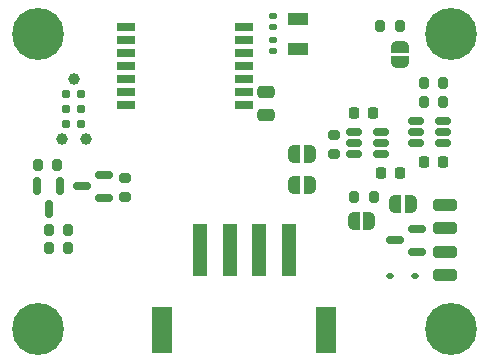
<source format=gts>
G04 #@! TF.GenerationSoftware,KiCad,Pcbnew,8.0.6*
G04 #@! TF.CreationDate,2024-11-12T21:30:20-08:00*
G04 #@! TF.ProjectId,sensor_board,73656e73-6f72-45f6-926f-6172642e6b69,rev?*
G04 #@! TF.SameCoordinates,Original*
G04 #@! TF.FileFunction,Soldermask,Top*
G04 #@! TF.FilePolarity,Negative*
%FSLAX46Y46*%
G04 Gerber Fmt 4.6, Leading zero omitted, Abs format (unit mm)*
G04 Created by KiCad (PCBNEW 8.0.6) date 2024-11-12 21:30:20*
%MOMM*%
%LPD*%
G01*
G04 APERTURE LIST*
G04 Aperture macros list*
%AMRoundRect*
0 Rectangle with rounded corners*
0 $1 Rounding radius*
0 $2 $3 $4 $5 $6 $7 $8 $9 X,Y pos of 4 corners*
0 Add a 4 corners polygon primitive as box body*
4,1,4,$2,$3,$4,$5,$6,$7,$8,$9,$2,$3,0*
0 Add four circle primitives for the rounded corners*
1,1,$1+$1,$2,$3*
1,1,$1+$1,$4,$5*
1,1,$1+$1,$6,$7*
1,1,$1+$1,$8,$9*
0 Add four rect primitives between the rounded corners*
20,1,$1+$1,$2,$3,$4,$5,0*
20,1,$1+$1,$4,$5,$6,$7,0*
20,1,$1+$1,$6,$7,$8,$9,0*
20,1,$1+$1,$8,$9,$2,$3,0*%
%AMFreePoly0*
4,1,19,0.500000,-0.750000,0.000000,-0.750000,0.000000,-0.744911,-0.071157,-0.744911,-0.207708,-0.704816,-0.327430,-0.627875,-0.420627,-0.520320,-0.479746,-0.390866,-0.500000,-0.250000,-0.500000,0.250000,-0.479746,0.390866,-0.420627,0.520320,-0.327430,0.627875,-0.207708,0.704816,-0.071157,0.744911,0.000000,0.744911,0.000000,0.750000,0.500000,0.750000,0.500000,-0.750000,0.500000,-0.750000,
$1*%
%AMFreePoly1*
4,1,19,0.000000,0.744911,0.071157,0.744911,0.207708,0.704816,0.327430,0.627875,0.420627,0.520320,0.479746,0.390866,0.500000,0.250000,0.500000,-0.250000,0.479746,-0.390866,0.420627,-0.520320,0.327430,-0.627875,0.207708,-0.704816,0.071157,-0.744911,0.000000,-0.744911,0.000000,-0.750000,-0.500000,-0.750000,-0.500000,0.750000,0.000000,0.750000,0.000000,0.744911,0.000000,0.744911,
$1*%
G04 Aperture macros list end*
%ADD10RoundRect,0.150000X0.512500X0.150000X-0.512500X0.150000X-0.512500X-0.150000X0.512500X-0.150000X0*%
%ADD11RoundRect,0.250000X0.750000X-0.250000X0.750000X0.250000X-0.750000X0.250000X-0.750000X-0.250000X0*%
%ADD12RoundRect,0.200000X0.200000X0.275000X-0.200000X0.275000X-0.200000X-0.275000X0.200000X-0.275000X0*%
%ADD13RoundRect,0.140000X-0.170000X0.140000X-0.170000X-0.140000X0.170000X-0.140000X0.170000X0.140000X0*%
%ADD14RoundRect,0.200000X-0.275000X0.200000X-0.275000X-0.200000X0.275000X-0.200000X0.275000X0.200000X0*%
%ADD15RoundRect,0.225000X-0.225000X-0.250000X0.225000X-0.250000X0.225000X0.250000X-0.225000X0.250000X0*%
%ADD16RoundRect,0.250000X-0.475000X0.250000X-0.475000X-0.250000X0.475000X-0.250000X0.475000X0.250000X0*%
%ADD17RoundRect,0.225000X0.225000X0.250000X-0.225000X0.250000X-0.225000X-0.250000X0.225000X-0.250000X0*%
%ADD18RoundRect,0.200000X0.275000X-0.200000X0.275000X0.200000X-0.275000X0.200000X-0.275000X-0.200000X0*%
%ADD19C,0.991000*%
%ADD20C,0.787000*%
%ADD21RoundRect,0.150000X0.587500X0.150000X-0.587500X0.150000X-0.587500X-0.150000X0.587500X-0.150000X0*%
%ADD22FreePoly0,90.000000*%
%ADD23FreePoly1,90.000000*%
%ADD24RoundRect,0.140000X0.170000X-0.140000X0.170000X0.140000X-0.170000X0.140000X-0.170000X-0.140000X0*%
%ADD25RoundRect,0.200000X-0.200000X-0.275000X0.200000X-0.275000X0.200000X0.275000X-0.200000X0.275000X0*%
%ADD26R,1.295400X4.495800*%
%ADD27R,1.803400X3.911600*%
%ADD28FreePoly0,180.000000*%
%ADD29FreePoly1,180.000000*%
%ADD30RoundRect,0.112500X0.187500X0.112500X-0.187500X0.112500X-0.187500X-0.112500X0.187500X-0.112500X0*%
%ADD31R,1.800000X1.000000*%
%ADD32R,1.500000X0.700000*%
%ADD33C,4.400000*%
%ADD34FreePoly0,0.000000*%
%ADD35FreePoly1,0.000000*%
%ADD36RoundRect,0.150000X-0.150000X0.587500X-0.150000X-0.587500X0.150000X-0.587500X0.150000X0.587500X0*%
G04 APERTURE END LIST*
D10*
G04 #@! TO.C,U2*
X31896900Y-12989600D03*
X31896900Y-12039600D03*
X31896900Y-11089600D03*
X29621900Y-11089600D03*
X29621900Y-12039600D03*
X29621900Y-12989600D03*
G04 #@! TD*
D11*
G04 #@! TO.C,J2*
X37329200Y-23240400D03*
X37329200Y-21240400D03*
X37329200Y-19240400D03*
X37329200Y-17240400D03*
G04 #@! TD*
D10*
G04 #@! TO.C,U1*
X37103900Y-12049800D03*
X37103900Y-11099800D03*
X37103900Y-10149800D03*
X34828900Y-10149800D03*
X34828900Y-11099800D03*
X34828900Y-12049800D03*
G04 #@! TD*
D12*
G04 #@! TO.C,R4*
X33464000Y-2082800D03*
X31814000Y-2082800D03*
G04 #@! TD*
D13*
G04 #@! TO.C,C9*
X22750000Y-3310000D03*
X22750000Y-4270000D03*
G04 #@! TD*
D14*
G04 #@! TO.C,R3*
X27863800Y-11341600D03*
X27863800Y-12991600D03*
G04 #@! TD*
D15*
G04 #@! TO.C,C3*
X31889400Y-14579600D03*
X33439400Y-14579600D03*
G04 #@! TD*
D16*
G04 #@! TO.C,C11*
X22174200Y-7736800D03*
X22174200Y-9636800D03*
G04 #@! TD*
D17*
G04 #@! TO.C,C1*
X31153400Y-9525000D03*
X29603400Y-9525000D03*
G04 #@! TD*
D18*
G04 #@! TO.C,R7*
X10185400Y-16635100D03*
X10185400Y-14985100D03*
G04 #@! TD*
D19*
G04 #@! TO.C,U3*
X5865000Y-6610000D03*
X6880000Y-11690000D03*
X4850000Y-11690000D03*
D20*
X5230000Y-7880000D03*
X6500000Y-7880000D03*
X5230000Y-9150000D03*
X6500000Y-9150000D03*
X5230000Y-10420000D03*
X6500000Y-10420000D03*
G04 #@! TD*
D21*
G04 #@! TO.C,Q4*
X8405100Y-16647200D03*
X8405100Y-14747200D03*
X6530100Y-15697200D03*
G04 #@! TD*
D22*
G04 #@! TO.C,JP2*
X33451800Y-5196600D03*
D23*
X33451800Y-3896600D03*
G04 #@! TD*
D24*
G04 #@! TO.C,C10*
X22750000Y-2238000D03*
X22750000Y-1278000D03*
G04 #@! TD*
D17*
G04 #@! TO.C,C2*
X37097000Y-13614400D03*
X35547000Y-13614400D03*
G04 #@! TD*
D25*
G04 #@! TO.C,R1*
X29619500Y-16556100D03*
X31269500Y-16556100D03*
G04 #@! TD*
G04 #@! TO.C,R6*
X2832600Y-13893800D03*
X4482600Y-13893800D03*
G04 #@! TD*
D26*
G04 #@! TO.C,J4*
X16550000Y-21057499D03*
X19050000Y-21057499D03*
X21550000Y-21057499D03*
X24050000Y-21057499D03*
D27*
X27249999Y-27847499D03*
X13350001Y-27847499D03*
G04 #@! TD*
D28*
G04 #@! TO.C,JP1*
X30892600Y-18614800D03*
D29*
X29592600Y-18614800D03*
G04 #@! TD*
D30*
G04 #@! TO.C,D1*
X34719600Y-23292400D03*
X32619600Y-23292400D03*
G04 #@! TD*
D28*
G04 #@! TO.C,JP5*
X25846800Y-15595600D03*
D29*
X24546800Y-15595600D03*
G04 #@! TD*
D25*
G04 #@! TO.C,R12*
X3758300Y-19354800D03*
X5408300Y-19354800D03*
G04 #@! TD*
D31*
G04 #@! TO.C,Y1*
X24814000Y-1524000D03*
X24814000Y-4024000D03*
G04 #@! TD*
D12*
G04 #@! TO.C,R9*
X37121600Y-8534400D03*
X35471600Y-8534400D03*
G04 #@! TD*
D32*
G04 #@! TO.C,U4*
X10250000Y-2220000D03*
X10250000Y-3320000D03*
X10300000Y-4420000D03*
X10250000Y-5520000D03*
X10250000Y-6620000D03*
X10250000Y-7720000D03*
X10250000Y-8820000D03*
X20250000Y-8820000D03*
X20250000Y-7720000D03*
X20250000Y-6620000D03*
X20250000Y-5520000D03*
X20300000Y-4420000D03*
X20250000Y-3320000D03*
X20250000Y-2220000D03*
G04 #@! TD*
D33*
G04 #@! TO.C,H4*
X37800000Y-27800000D03*
G04 #@! TD*
G04 #@! TO.C,H3*
X2800000Y-27800000D03*
G04 #@! TD*
D34*
G04 #@! TO.C,JP4*
X33072400Y-17203700D03*
D35*
X34372400Y-17203700D03*
G04 #@! TD*
D28*
G04 #@! TO.C,JP3*
X25843800Y-12984200D03*
D29*
X24543800Y-12984200D03*
G04 #@! TD*
D33*
G04 #@! TO.C,H2*
X37800000Y-2800000D03*
G04 #@! TD*
D36*
G04 #@! TO.C,Q3*
X4683800Y-15699500D03*
X2783800Y-15699500D03*
X3733800Y-17574500D03*
G04 #@! TD*
D21*
G04 #@! TO.C,Q2*
X34939300Y-21215800D03*
X34939300Y-19315800D03*
X33064300Y-20265800D03*
G04 #@! TD*
D33*
G04 #@! TO.C,H1*
X2800000Y-2800000D03*
G04 #@! TD*
D12*
G04 #@! TO.C,R2*
X37121600Y-6959600D03*
X35471600Y-6959600D03*
G04 #@! TD*
G04 #@! TO.C,R13*
X5408300Y-20878800D03*
X3758300Y-20878800D03*
G04 #@! TD*
M02*

</source>
